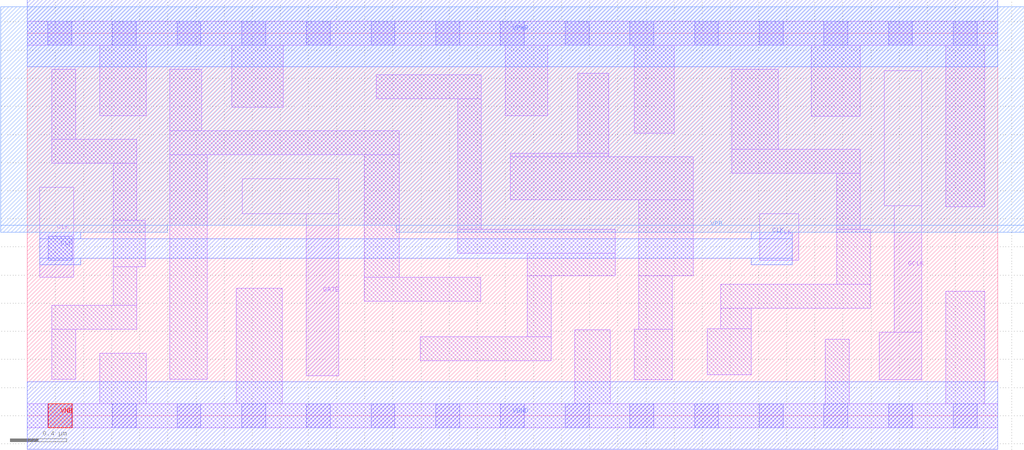
<source format=lef>
# Copyright 2020 The SkyWater PDK Authors
#
# Licensed under the Apache License, Version 2.0 (the "License");
# you may not use this file except in compliance with the License.
# You may obtain a copy of the License at
#
#     https://www.apache.org/licenses/LICENSE-2.0
#
# Unless required by applicable law or agreed to in writing, software
# distributed under the License is distributed on an "AS IS" BASIS,
# WITHOUT WARRANTIES OR CONDITIONS OF ANY KIND, either express or implied.
# See the License for the specific language governing permissions and
# limitations under the License.
#
# SPDX-License-Identifier: Apache-2.0

VERSION 5.7 ;
  NOWIREEXTENSIONATPIN ON ;
  DIVIDERCHAR "/" ;
  BUSBITCHARS "[]" ;
MACRO sky130_fd_sc_hd__dlclkp_2
  CLASS CORE ;
  FOREIGN sky130_fd_sc_hd__dlclkp_2 ;
  ORIGIN  0.000000  0.000000 ;
  SIZE  6.900000 BY  2.720000 ;
  SYMMETRY X Y R90 ;
  SITE unithd ;
  PIN GATE
    ANTENNAGATEAREA  0.159000 ;
    DIRECTION INPUT ;
    USE SIGNAL ;
    PORT
      LAYER li1 ;
        RECT 1.530000 1.435000 2.215000 1.685000 ;
        RECT 1.985000 0.285000 2.215000 1.435000 ;
    END
  END GATE
  PIN GCLK
    ANTENNADIFFAREA  0.445500 ;
    DIRECTION OUTPUT ;
    USE SIGNAL ;
    PORT
      LAYER li1 ;
        RECT 6.060000 0.255000 6.360000 0.595000 ;
        RECT 6.095000 1.495000 6.360000 2.455000 ;
        RECT 6.165000 0.595000 6.360000 1.495000 ;
    END
  END GCLK
  PIN VNB
    PORT
      LAYER pwell ;
        RECT 0.150000 -0.085000 0.320000 0.085000 ;
    END
  END VNB
  PIN VPB
    PORT
      LAYER nwell ;
        RECT -0.190000 1.305000 0.995000 1.355000 ;
        RECT -0.190000 1.355000 7.090000 2.910000 ;
        RECT  2.625000 1.305000 7.090000 1.355000 ;
    END
  END VPB
  PIN CLK
    ANTENNAGATEAREA  0.318000 ;
    DIRECTION INPUT ;
    USE CLOCK ;
    PORT
      LAYER li1 ;
        RECT 0.090000 0.985000 0.330000 1.625000 ;
      LAYER mcon ;
        RECT 0.150000 1.105000 0.320000 1.275000 ;
    END
    PORT
      LAYER li1 ;
        RECT 5.210000 1.105000 5.485000 1.435000 ;
    END
    PORT
      LAYER met1 ;
        RECT 0.090000 1.075000 0.380000 1.120000 ;
        RECT 0.090000 1.120000 5.440000 1.260000 ;
        RECT 0.090000 1.260000 0.380000 1.305000 ;
        RECT 5.150000 1.075000 5.440000 1.120000 ;
        RECT 5.150000 1.260000 5.440000 1.305000 ;
    END
  END CLK
  PIN VGND
    DIRECTION INOUT ;
    SHAPE ABUTMENT ;
    USE GROUND ;
    PORT
      LAYER met1 ;
        RECT 0.000000 -0.240000 6.900000 0.240000 ;
    END
  END VGND
  PIN VPWR
    DIRECTION INOUT ;
    SHAPE ABUTMENT ;
    USE POWER ;
    PORT
      LAYER met1 ;
        RECT 0.000000 2.480000 6.900000 2.960000 ;
    END
  END VPWR
  OBS
    LAYER li1 ;
      RECT 0.000000 -0.085000 6.900000 0.085000 ;
      RECT 0.000000  2.635000 6.900000 2.805000 ;
      RECT 0.175000  0.260000 0.345000 0.615000 ;
      RECT 0.175000  0.615000 0.780000 0.785000 ;
      RECT 0.175000  1.795000 0.780000 1.965000 ;
      RECT 0.175000  1.965000 0.345000 2.465000 ;
      RECT 0.515000  0.085000 0.845000 0.445000 ;
      RECT 0.515000  2.135000 0.845000 2.635000 ;
      RECT 0.610000  0.785000 0.780000 1.060000 ;
      RECT 0.610000  1.060000 0.840000 1.390000 ;
      RECT 0.610000  1.390000 0.780000 1.795000 ;
      RECT 1.015000  0.260000 1.280000 1.855000 ;
      RECT 1.015000  1.855000 2.645000 2.025000 ;
      RECT 1.015000  2.025000 1.240000 2.465000 ;
      RECT 1.455000  2.195000 1.820000 2.635000 ;
      RECT 1.485000  0.085000 1.815000 0.905000 ;
      RECT 2.395000  0.815000 3.225000 0.985000 ;
      RECT 2.395000  0.985000 2.645000 1.855000 ;
      RECT 2.480000  2.255000 3.230000 2.425000 ;
      RECT 2.795000  0.390000 3.725000 0.560000 ;
      RECT 3.060000  1.155000 4.180000 1.325000 ;
      RECT 3.060000  1.325000 3.230000 2.255000 ;
      RECT 3.400000  2.135000 3.700000 2.635000 ;
      RECT 3.435000  1.535000 4.735000 1.840000 ;
      RECT 3.435000  1.840000 4.135000 1.865000 ;
      RECT 3.555000  0.560000 3.725000 0.995000 ;
      RECT 3.555000  0.995000 4.180000 1.155000 ;
      RECT 3.895000  0.085000 4.145000 0.610000 ;
      RECT 3.915000  1.865000 4.135000 2.435000 ;
      RECT 4.315000  0.255000 4.585000 0.615000 ;
      RECT 4.315000  2.010000 4.600000 2.635000 ;
      RECT 4.350000  0.615000 4.585000 0.995000 ;
      RECT 4.350000  0.995000 4.735000 1.535000 ;
      RECT 4.835000  0.290000 5.150000 0.620000 ;
      RECT 4.930000  0.620000 5.150000 0.765000 ;
      RECT 4.930000  0.765000 5.995000 0.935000 ;
      RECT 5.010000  1.725000 5.925000 1.895000 ;
      RECT 5.010000  1.895000 5.340000 2.465000 ;
      RECT 5.575000  2.130000 5.925000 2.635000 ;
      RECT 5.675000  0.085000 5.845000 0.545000 ;
      RECT 5.755000  0.935000 5.995000 1.325000 ;
      RECT 5.755000  1.325000 5.925000 1.725000 ;
      RECT 6.530000  0.085000 6.810000 0.885000 ;
      RECT 6.530000  1.485000 6.810000 2.635000 ;
    LAYER mcon ;
      RECT 0.145000 -0.085000 0.315000 0.085000 ;
      RECT 0.145000  2.635000 0.315000 2.805000 ;
      RECT 0.605000 -0.085000 0.775000 0.085000 ;
      RECT 0.605000  2.635000 0.775000 2.805000 ;
      RECT 1.065000 -0.085000 1.235000 0.085000 ;
      RECT 1.065000  2.635000 1.235000 2.805000 ;
      RECT 1.525000 -0.085000 1.695000 0.085000 ;
      RECT 1.525000  2.635000 1.695000 2.805000 ;
      RECT 1.985000 -0.085000 2.155000 0.085000 ;
      RECT 1.985000  2.635000 2.155000 2.805000 ;
      RECT 2.445000 -0.085000 2.615000 0.085000 ;
      RECT 2.445000  2.635000 2.615000 2.805000 ;
      RECT 2.905000 -0.085000 3.075000 0.085000 ;
      RECT 2.905000  2.635000 3.075000 2.805000 ;
      RECT 3.365000 -0.085000 3.535000 0.085000 ;
      RECT 3.365000  2.635000 3.535000 2.805000 ;
      RECT 3.825000 -0.085000 3.995000 0.085000 ;
      RECT 3.825000  2.635000 3.995000 2.805000 ;
      RECT 4.285000 -0.085000 4.455000 0.085000 ;
      RECT 4.285000  2.635000 4.455000 2.805000 ;
      RECT 4.745000 -0.085000 4.915000 0.085000 ;
      RECT 4.745000  2.635000 4.915000 2.805000 ;
      RECT 5.205000 -0.085000 5.375000 0.085000 ;
      RECT 5.205000  2.635000 5.375000 2.805000 ;
      RECT 5.665000 -0.085000 5.835000 0.085000 ;
      RECT 5.665000  2.635000 5.835000 2.805000 ;
      RECT 6.125000 -0.085000 6.295000 0.085000 ;
      RECT 6.125000  2.635000 6.295000 2.805000 ;
      RECT 6.585000 -0.085000 6.755000 0.085000 ;
      RECT 6.585000  2.635000 6.755000 2.805000 ;
  END
END sky130_fd_sc_hd__dlclkp_2
END LIBRARY

</source>
